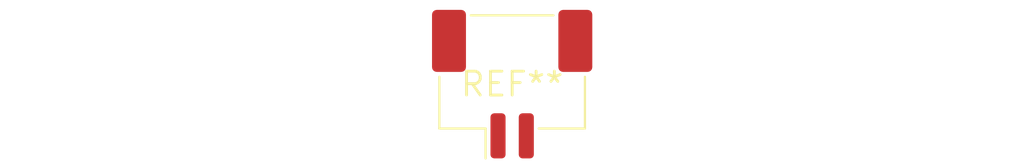
<source format=kicad_pcb>
(kicad_pcb (version 20240108) (generator pcbnew)
  (layers (0 "F.Cu" signal) (31 "B.Cu" signal) (34 "B.Paste" user) (35 "F.Paste" user) (36 "B.SilkS" user "B.Silkscreen") (37 "F.SilkS" user "F.Silkscreen") (38 "B.Mask" user) (39 "F.Mask" user) (44 "Edge.Cuts" user))
  (net 0 "")
  (footprint "JST_ZE_BM02B-ZESS-TBT_1x02-1MP_P1.50mm_Vertical" (layer "F.Cu") (at 0 0)
    (property "Reference" "REF**")
    (property "Value" "JST_ZE_BM02B-ZESS-TBT_1x02-1MP_P1.50mm_Vertical")
    (fp_line (start -3.86 -0.39) (end -3.86 2.36) (layer "F.SilkS") (stroke (width 0.12)))
    (fp_line (start -3.86 2.36) (end -1.41 2.36) (layer "F.SilkS") (stroke (width 0.12)))
    (fp_line (start -2.19 -3.66) (end 2.19 -3.66) (layer "F.SilkS") (stroke (width 0.12)))
    (fp_line (start -1.41 2.36) (end -1.41 3.95) (layer "F.SilkS") (stroke (width 0.12)))
    (fp_line (start 3.86 -0.39) (end 3.86 2.36) (layer "F.SilkS") (stroke (width 0.12)))
    (fp_line (start 3.86 2.36) (end 1.41 2.36) (layer "F.SilkS") (stroke (width 0.12)))
    (pad "1" smd roundrect (at -0.75 2.75) (size 0.8 2.4) (layers "F.Cu" "F.Paste" "F.Mask"))
    (pad "2" smd roundrect (at 0.75 2.75) (size 0.8 2.4) (layers "F.Cu" "F.Paste" "F.Mask"))
    (pad "MP" smd roundrect (at -3.35 -2.3) (size 1.8 3.3) (layers "F.Cu" "F.Paste" "F.Mask") (roundrect_rratio 0.138889))
    (pad "MP" smd roundrect (at 3.35 -2.3) (size 1.8 3.3) (layers "F.Cu" "F.Paste" "F.Mask") (roundrect_rratio 0.138889))
  )
)
</source>
